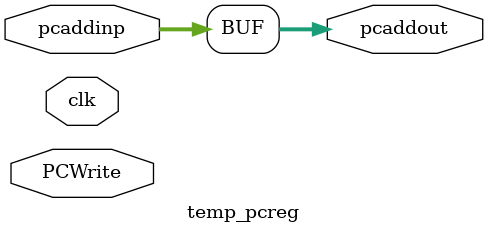
<source format=v>
`timescale 1ns/10ps

module tb_pcreg();

// reg rst, PCWrite;
// reg [14:0]pcaddinp;
// wire [14:0] pcaddout;

// pcreg uut(pcaddout,pcaddinp,PCWrite,rst);

// initial 
// begin
// 	#00 rst = 1'b1; PCWrite = 1'b1;
// 	#04 rst = 1'b0;
// 	#100 $finish;
// end

// initial
// begin
// $dumpfile("pcreg.vcd");
// $dumpvars;
// end
endmodule

module pcreg(pcaddout,pcaddinp,PCWrite, Resetzero);
//declare inputs and outputs
output reg [14:0] pcaddout;
input [14:0] pcaddinp;
input PCWrite, Resetzero;

always @(pcaddinp)
begin
	if(Resetzero == 1'b1)
		pcaddout = 15'b0;
	else if(PCWrite == 1'b1)
		pcaddout = pcaddinp;
end
endmodule 

module temp_pcreg(pcaddout,pcaddinp,PCWrite, clk);
//declare inputs and outputs
output reg [14:0] pcaddout;
input [14:0] pcaddinp;
input PCWrite,clk;

always @(pcaddinp)
begin
	#1 pcaddout = pcaddinp;
end
endmodule 

</source>
